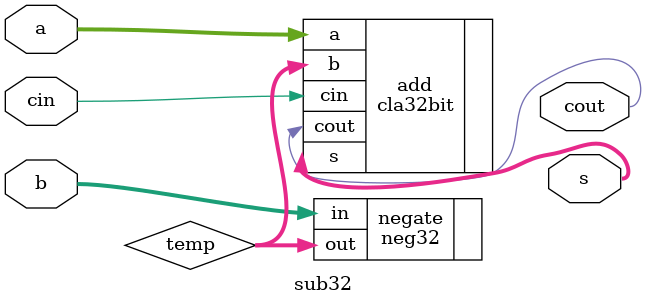
<source format=v>
module sub32 (a, b, cin, s, cout);
	input wire signed [31:0] a, b;
	input wire cin;
	output wire signed [31:0] s;
	output wire cout;
	wire [31:0] temp;
	
	neg32 negate(.in(b), .out(temp));
	cla32bit add(.a(a), .b(temp), .cin(cin), .s(s), .cout(cout));
	
endmodule
</source>
